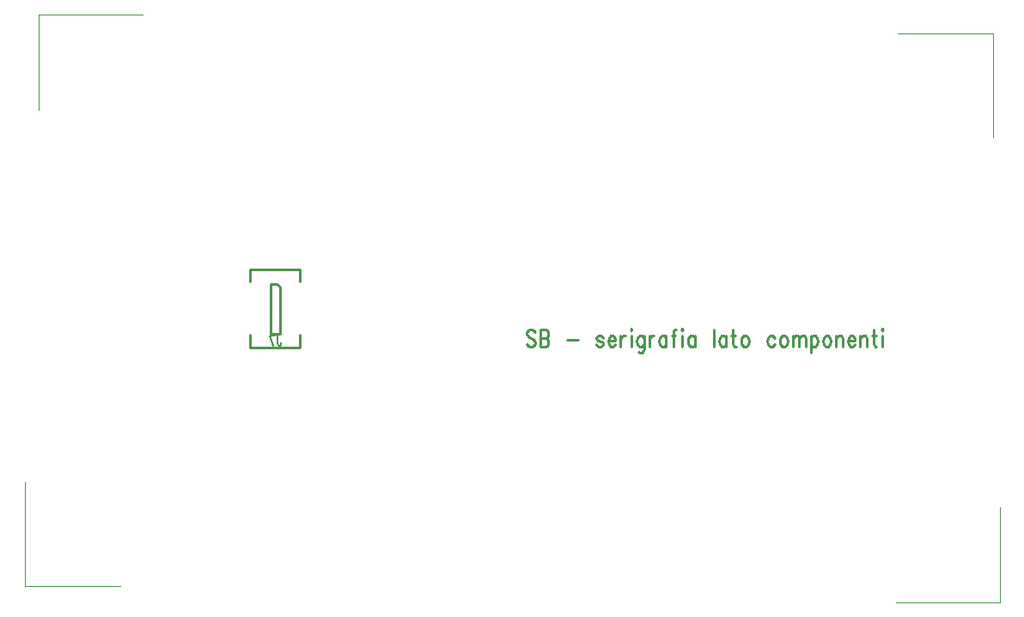
<source format=gbr>
*
*
G04 PADS Layout (Build Number 2008.43.1) generated Gerber (RS-274-X) file*
G04 PC Version=2.1*
*
%IN "P2007_0000_RBCS_RC_MAIS"*%
*
%MOIN*%
*
%FSLAX35Y35*%
*
*
*
*
G04 PC Standard Apertures*
*
*
G04 Thermal Relief Aperture macro.*
%AMTER*
1,1,$1,0,0*
1,0,$1-$2,0,0*
21,0,$3,$4,0,0,45*
21,0,$3,$4,0,0,135*
%
*
*
G04 Annular Aperture macro.*
%AMANN*
1,1,$1,0,0*
1,0,$2,0,0*
%
*
*
G04 Odd Aperture macro.*
%AMODD*
1,1,$1,0,0*
1,0,$1-0.005,0,0*
%
*
*
G04 PC Custom Aperture Macros*
*
*
*
*
*
*
G04 PC Aperture Table*
*
%ADD010C,0.01*%
%ADD031C,0.008*%
%ADD040C,0.001*%
*
*
*
*
G04 PC Circuitry*
G04 Layer Name P2007_0000_RBCS_RC_MAIS - circuitry*
%LPD*%
*
*
G04 PC Custom Flashes*
G04 Layer Name P2007_0000_RBCS_RC_MAIS - flashes*
%LPD*%
*
*
G04 PC Circuitry*
G04 Layer Name P2007_0000_RBCS_RC_MAIS - circuitry*
%LPD*%
*
G54D10*
G01X411614Y407480D02*
X415157D01*
Y425591*
X413976Y426772*
X411614*
Y407480*
X423031Y427756D02*
Y432480D01*
X403543*
Y427756*
X423031Y406890D02*
Y402165D01*
X403543*
Y406890*
X514205Y407987D02*
X513751Y408612D01*
X513069Y408925*
X512160*
X511478Y408612*
X511024Y407987*
Y407362*
X511251Y406737*
X511478Y406425*
X511933Y406112*
X513296Y405487*
X513751Y405175*
X513978Y404862*
X514205Y404237*
Y403300*
X513751Y402675*
X513069Y402362*
X512160*
X511478Y402675*
X511024Y403300*
X516251Y408925D02*
Y402362D01*
Y408925D02*
X518296D01*
X518978Y408612*
X519205Y408300*
X519433Y407675*
Y407050*
X519205Y406425*
X518978Y406112*
X518296Y405800*
X516251D02*
X518296D01*
X518978Y405487*
X519205Y405175*
X519433Y404550*
Y403612*
X519205Y402987*
X518978Y402675*
X518296Y402362*
X516251*
X526705Y405175D02*
X530796D01*
X540569Y405800D02*
X540342Y406425D01*
X539660Y406737*
X538978*
X538296Y406425*
X538069Y405800*
X538296Y405175*
X538751Y404862*
X539887Y404550*
X540342Y404237*
X540569Y403612*
Y403300*
X540342Y402675*
X539660Y402362*
X538978*
X538296Y402675*
X538069Y403300*
X542615Y404862D02*
X545342D01*
Y405487*
X545115Y406112*
X544887Y406425*
X544433Y406737*
X543751*
X543296Y406425*
X542842Y405800*
X542615Y404862*
Y404237*
X542842Y403300*
X543296Y402675*
X543751Y402362*
X544433*
X544887Y402675*
X545342Y403300*
X547387Y406737D02*
Y402362D01*
Y404862D02*
X547615Y405800D01*
X548069Y406425*
X548524Y406737*
X549205*
X551251Y408925D02*
X551478Y408612D01*
X551705Y408925*
X551478Y409237*
X551251Y408925*
X551478Y406737D02*
Y402362D01*
X556478Y406737D02*
Y401737D01*
X556251Y400800*
X556024Y400487*
X555569Y400175*
X554887*
X554433Y400487*
X556478Y405800D02*
X556024Y406425D01*
X555569Y406737*
X554887*
X554433Y406425*
X553978Y405800*
X553751Y404862*
Y404237*
X553978Y403300*
X554433Y402675*
X554887Y402362*
X555569*
X556024Y402675*
X556478Y403300*
X558524Y406737D02*
Y402362D01*
Y404862D02*
X558751Y405800D01*
X559205Y406425*
X559660Y406737*
X560342*
X565115D02*
Y402362D01*
Y405800D02*
X564660Y406425D01*
X564205Y406737*
X563524*
X563069Y406425*
X562615Y405800*
X562387Y404862*
Y404237*
X562615Y403300*
X563069Y402675*
X563524Y402362*
X564205*
X564660Y402675*
X565115Y403300*
X568978Y408925D02*
X568524D01*
X568069Y408612*
X567842Y407675*
Y402362*
X567160Y406737D02*
X568751D01*
X571024Y408925D02*
X571251Y408612D01*
X571478Y408925*
X571251Y409237*
X571024Y408925*
X571251Y406737D02*
Y402362D01*
X576251Y406737D02*
Y402362D01*
Y405800D02*
X575796Y406425D01*
X575342Y406737*
X574660*
X574205Y406425*
X573751Y405800*
X573524Y404862*
Y404237*
X573751Y403300*
X574205Y402675*
X574660Y402362*
X575342*
X575796Y402675*
X576251Y403300*
X583524Y408925D02*
Y402362D01*
X588296Y406737D02*
Y402362D01*
Y405800D02*
X587842Y406425D01*
X587387Y406737*
X586705*
X586251Y406425*
X585796Y405800*
X585569Y404862*
Y404237*
X585796Y403300*
X586251Y402675*
X586705Y402362*
X587387*
X587842Y402675*
X588296Y403300*
X591024Y408925D02*
Y403612D01*
X591251Y402675*
X591705Y402362*
X592160*
X590342Y406737D02*
X591933D01*
X595342D02*
X594887Y406425D01*
X594433Y405800*
X594205Y404862*
Y404237*
X594433Y403300*
X594887Y402675*
X595342Y402362*
X596024*
X596478Y402675*
X596933Y403300*
X597160Y404237*
Y404862*
X596933Y405800*
X596478Y406425*
X596024Y406737*
X595342*
X607160Y405800D02*
X606705Y406425D01*
X606251Y406737*
X605569*
X605115Y406425*
X604660Y405800*
X604433Y404862*
Y404237*
X604660Y403300*
X605115Y402675*
X605569Y402362*
X606251*
X606705Y402675*
X607160Y403300*
X610342Y406737D02*
X609887Y406425D01*
X609433Y405800*
X609205Y404862*
Y404237*
X609433Y403300*
X609887Y402675*
X610342Y402362*
X611024*
X611478Y402675*
X611933Y403300*
X612160Y404237*
Y404862*
X611933Y405800*
X611478Y406425*
X611024Y406737*
X610342*
X614205D02*
Y402362D01*
Y405487D02*
X614887Y406425D01*
X615342Y406737*
X616024*
X616478Y406425*
X616705Y405487*
Y402362*
Y405487D02*
X617387Y406425D01*
X617842Y406737*
X618524*
X618978Y406425*
X619205Y405487*
Y402362*
X621251Y406737D02*
Y400175D01*
Y405800D02*
X621705Y406425D01*
X622160Y406737*
X622842*
X623296Y406425*
X623751Y405800*
X623978Y404862*
Y404237*
X623751Y403300*
X623296Y402675*
X622842Y402362*
X622160*
X621705Y402675*
X621251Y403300*
X627160Y406737D02*
X626705Y406425D01*
X626251Y405800*
X626024Y404862*
Y404237*
X626251Y403300*
X626705Y402675*
X627160Y402362*
X627842*
X628296Y402675*
X628751Y403300*
X628978Y404237*
Y404862*
X628751Y405800*
X628296Y406425*
X627842Y406737*
X627160*
X631024D02*
Y402362D01*
Y405487D02*
X631705Y406425D01*
X632160Y406737*
X632842*
X633296Y406425*
X633524Y405487*
Y402362*
X635569Y404862D02*
X638296D01*
Y405487*
X638069Y406112*
X637842Y406425*
X637387Y406737*
X636705*
X636251Y406425*
X635796Y405800*
X635569Y404862*
Y404237*
X635796Y403300*
X636251Y402675*
X636705Y402362*
X637387*
X637842Y402675*
X638296Y403300*
X640342Y406737D02*
Y402362D01*
Y405487D02*
X641024Y406425D01*
X641478Y406737*
X642160*
X642615Y406425*
X642842Y405487*
Y402362*
X645569Y408925D02*
Y403612D01*
X645796Y402675*
X646251Y402362*
X646705*
X644887Y406737D02*
X646478D01*
X648751Y408925D02*
X648978Y408612D01*
X649205Y408925*
X648978Y409237*
X648751Y408925*
X648978Y406737D02*
Y402362D01*
G54D31*
X414384Y406693D02*
Y403693D01*
X414521Y403131*
X414657Y402943*
X414930Y402756*
X415203*
X415475Y402943*
X415612Y403131*
X415748Y403693*
Y404068*
X411248Y406693D02*
X412612Y402756D01*
X413157Y406693D02*
X411248D01*
G54D40*
X654331Y303150D02*
X694488D01*
Y340157*
X692126Y483858D02*
Y524016D01*
X655118*
X316142Y349606D02*
Y309449D01*
X353150*
X361811Y531496D02*
X321654D01*
Y494488*
X0Y0D02*
M02*

</source>
